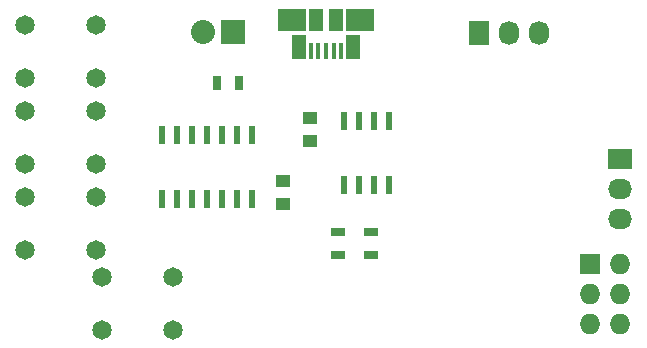
<source format=gbr>
G04 #@! TF.FileFunction,Soldermask,Bot*
%FSLAX46Y46*%
G04 Gerber Fmt 4.6, Leading zero omitted, Abs format (unit mm)*
G04 Created by KiCad (PCBNEW (2015-03-10 BZR 5502)-product) date Monday, March 16, 2015 'PMt' 10:50:53 PM*
%MOMM*%
G01*
G04 APERTURE LIST*
%ADD10C,0.100000*%
%ADD11R,0.600000X1.550000*%
%ADD12R,0.600000X1.500000*%
%ADD13C,1.651000*%
%ADD14R,1.250000X1.000000*%
%ADD15R,1.300000X0.700000*%
%ADD16R,0.700000X1.300000*%
%ADD17R,1.727200X1.727200*%
%ADD18O,1.727200X1.727200*%
%ADD19R,2.032000X2.032000*%
%ADD20O,2.032000X2.032000*%
%ADD21R,2.032000X1.727200*%
%ADD22O,2.032000X1.727200*%
%ADD23R,1.727200X2.032000*%
%ADD24O,1.727200X2.032000*%
%ADD25R,2.375000X1.900000*%
%ADD26R,1.175000X1.900000*%
%ADD27R,1.175000X2.100000*%
%ADD28R,0.450000X1.380000*%
G04 APERTURE END LIST*
D10*
D11*
X128778000Y-110045924D03*
X130048000Y-110045924D03*
X131318000Y-110045924D03*
X132588000Y-110045924D03*
X132588000Y-115445924D03*
X131318000Y-115445924D03*
X130048000Y-115445924D03*
X128778000Y-115445924D03*
D12*
X120970540Y-116609558D03*
X119700540Y-116609558D03*
X118430540Y-116609558D03*
X117160540Y-116609558D03*
X115890540Y-116609558D03*
X114620540Y-116609558D03*
X113350540Y-116609558D03*
X113350540Y-111209558D03*
X114620540Y-111209558D03*
X115890540Y-111209558D03*
X117160540Y-111209558D03*
X118430540Y-111209558D03*
X119700540Y-111209558D03*
X120970540Y-111209558D03*
D13*
X101775000Y-120995000D03*
X107775000Y-120995000D03*
X101775000Y-116495000D03*
X107775000Y-116495000D03*
X101775000Y-113680000D03*
X107775000Y-113680000D03*
X101775000Y-109180000D03*
X107775000Y-109180000D03*
X101775000Y-106390000D03*
X107775000Y-106390000D03*
X101775000Y-101890000D03*
X107775000Y-101890000D03*
X114252000Y-123226000D03*
X108252000Y-123226000D03*
X114252000Y-127726000D03*
X108252000Y-127726000D03*
D14*
X123571000Y-117078000D03*
X123571000Y-115078000D03*
X125857000Y-109744000D03*
X125857000Y-111744000D03*
D15*
X131064000Y-121346000D03*
X131064000Y-119446000D03*
X128270000Y-121346000D03*
X128270000Y-119446000D03*
D16*
X117988000Y-106807000D03*
X119888000Y-106807000D03*
D17*
X149606000Y-122174000D03*
D18*
X152146000Y-122174000D03*
X149606000Y-124714000D03*
X152146000Y-124714000D03*
X149606000Y-127254000D03*
X152146000Y-127254000D03*
D19*
X119380000Y-102540000D03*
D20*
X116840000Y-102540000D03*
D21*
X152146000Y-113284000D03*
D22*
X152146000Y-115824000D03*
X152146000Y-118364000D03*
D23*
X140208000Y-102616000D03*
D24*
X142748000Y-102616000D03*
X145288000Y-102616000D03*
D25*
X124337500Y-101450000D03*
X130162500Y-101450000D03*
D26*
X126412500Y-101450000D03*
X128087500Y-101450000D03*
D27*
X124937500Y-103750000D03*
X129562500Y-103750000D03*
D28*
X128550000Y-104110000D03*
X126600000Y-104110000D03*
X127900000Y-104110000D03*
X127250000Y-104110000D03*
X125950000Y-104110000D03*
M02*

</source>
